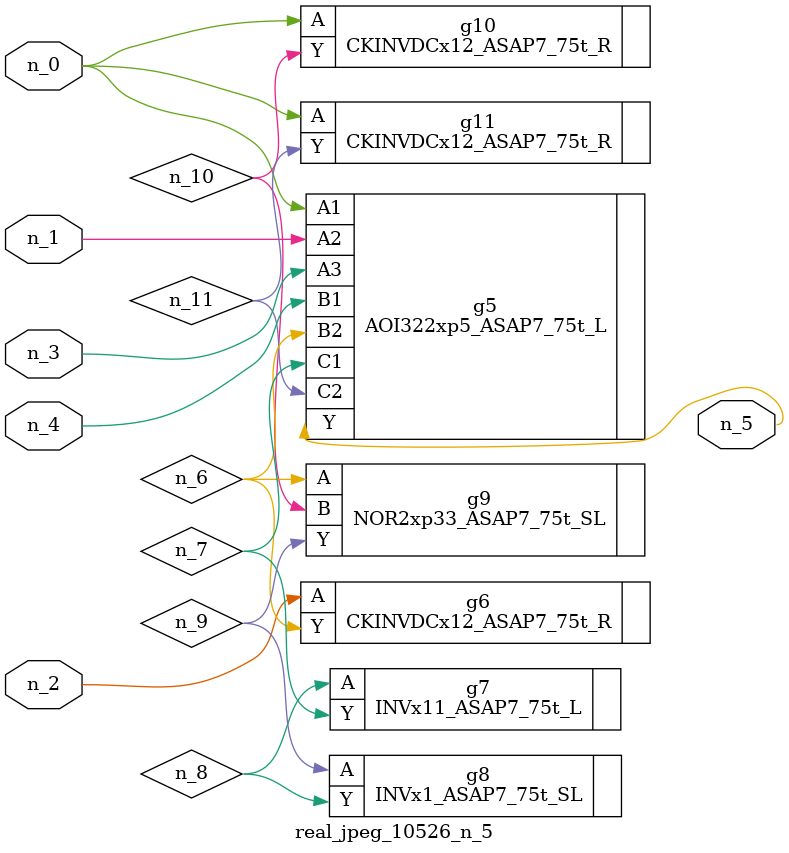
<source format=v>
module real_jpeg_10526_n_5 (n_4, n_0, n_1, n_2, n_3, n_5);

input n_4;
input n_0;
input n_1;
input n_2;
input n_3;

output n_5;

wire n_8;
wire n_11;
wire n_6;
wire n_7;
wire n_10;
wire n_9;

AOI322xp5_ASAP7_75t_L g5 ( 
.A1(n_0),
.A2(n_1),
.A3(n_3),
.B1(n_4),
.B2(n_6),
.C1(n_7),
.C2(n_11),
.Y(n_5)
);

CKINVDCx12_ASAP7_75t_R g10 ( 
.A(n_0),
.Y(n_10)
);

CKINVDCx12_ASAP7_75t_R g11 ( 
.A(n_0),
.Y(n_11)
);

CKINVDCx12_ASAP7_75t_R g6 ( 
.A(n_2),
.Y(n_6)
);

NOR2xp33_ASAP7_75t_SL g9 ( 
.A(n_6),
.B(n_10),
.Y(n_9)
);

INVx11_ASAP7_75t_L g7 ( 
.A(n_8),
.Y(n_7)
);

INVx1_ASAP7_75t_SL g8 ( 
.A(n_9),
.Y(n_8)
);


endmodule
</source>
